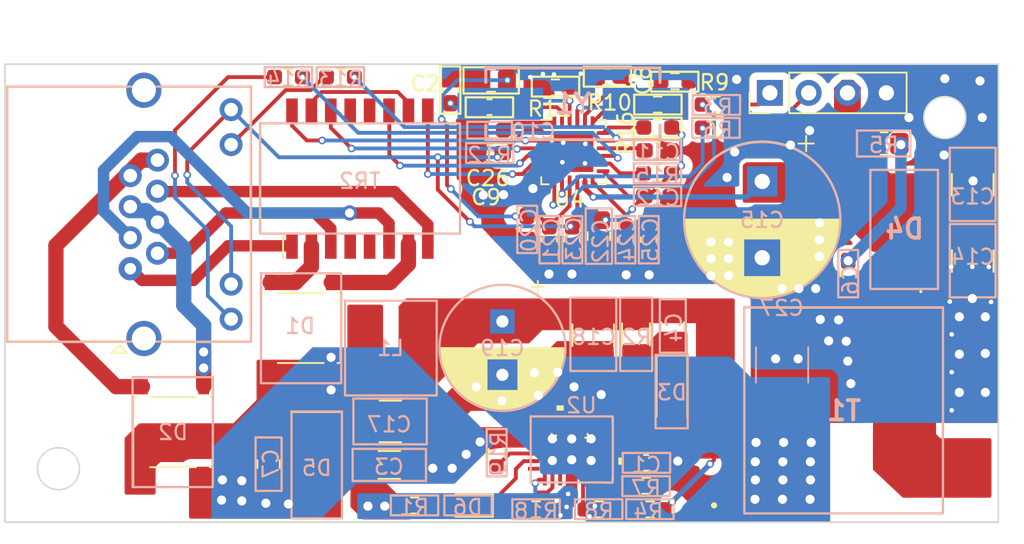
<source format=kicad_pcb>
(kicad_pcb (version 20221018) (generator pcbnew)
  (layers (0 "F.Cu" signal) (31 "B.Cu" signal) (34 "B.Paste" user) (35 "F.Paste" user) (36 "B.SilkS" user "B.Silkscreen") (37 "F.SilkS" user "F.Silkscreen") (38 "B.Mask" user) (39 "F.Mask" user) (44 "Edge.Cuts" user))
  (net 0 "")
  (net 1 "PoE-_1")
  (net 2 "PoE+_1")
  (net 3 "PoE-_2")
  (net 4 "PoE+_2")
  (net 5 "GNDD")
  (net 6 "/VCC")
  (net 7 "Net-(U4-CKXTAL2)")
  (net 8 "VSS")
  (net 9 "D1+")
  (net 10 "D1-")
  (net 11 "GND")
  (net 12 "VDD")
  (net 13 "TRANS")
  (net 14 "Net-(D3-K)")
  (net 15 "Net-(C6-Pad1)")
  (net 16 "Net-(D4-A_1)")
  (net 17 "Net-(U4-CKXTAL1)")
  (net 18 "/VDD10")
  (net 19 "/VDD33")
  (net 20 "Net-(U4-DVDD10)")
  (net 21 "+5V")
  (net 22 "/DVDD10")
  (net 23 "/SW")
  (net 24 "Net-(D6-K)")
  (net 25 "Net-(D6-A)")
  (net 26 "Net-(TR2-TD+)")
  (net 27 "Net-(TR2-TD-)")
  (net 28 "Net-(TR2-RD+)")
  (net 29 "Net-(TR2-RD-)")
  (net 30 "Net-(J1-Pad9)")
  (net 31 "Net-(J1-Pad11)")
  (net 33 "Net-(T1-BIAS_2)")
  (net 34 "/FB1")
  (net 35 "Net-(U2-ILIM)")
  (net 36 "Net-(U4-SPISD0)")
  (net 37 "Net-(U4-LANWAKEB)")
  (net 38 "Net-(U4-RSET)")
  (net 39 "/LED1")
  (net 40 "/LED0")
  (net 41 "Net-(U4-GPIO)")
  (net 42 "Net-(U4-XTALDET{slash}SPISDI)")
  (net 43 "Net-(U2-DET)")
  (net 44 "Net-(U2-CLASS)")
  (net 45 "Net-(TR2-C_RX)")
  (net 46 "D0-")
  (net 47 "D0+")
  (net 56 "/USB_N")
  (net 57 "/USB_P")
  (net 58 "Net-(J2-Pin_1)")
  (net 59 "Net-(J2-Pin_2)")
  (footprint "Capacitor_SMD:C_0603_1608Metric_Pad1.08x0.95mm_HandSolder" (layer "F.Cu") (at 105.6144 116.4875 -90)
    (fp_text reference "C21")
    (fp_text value "1uF")
  )
  (footprint "Resistor_SMD:R_0603_1608Metric_Pad0.98x0.95mm_HandSolder" (layer "F.Cu") (at 112.7125 109.15 180)
    (fp_text reference "R16")
    (fp_text value "10K")
  )
  (footprint "pi_poe:POE13P50LD" (layer "F.Cu") (at 124.9 127.7)
    (fp_text reference "T1")
    (fp_text value "POE13P-50LD" hide)
  )
  (footprint "Capacitor_SMD:C_0603_1608Metric_Pad1.08x0.95mm_HandSolder" (layer "F.Cu") (at 109.4232 105.8164 180)
    (fp_text reference "C8")
    (fp_text value "27pF")
  )
  (footprint "Resistor_SMD:R_0603_1608Metric_Pad0.98x0.95mm_HandSolder" (layer "F.Cu") (at 101.7 109.3204 180)
    (fp_text reference "R12")
    (fp_text value "2.49K 1%")
  )
  (footprint "Diode_SMD:Diode_Bridge_Diotec_ABS" (layer "F.Cu") (at 89.35 122.275 90)
    (fp_text reference "D1")
    (fp_text value "ABS10(LS)")
  )
  (footprint "Resistor_SMD:R_0805_2012Metric_Pad1.20x1.40mm_HandSolder" (layer "F.Cu") (at 127.525 110.2)
    (fp_text reference "R5")
    (fp_text value "20")
  )
  (footprint "Capacitor_SMD:C_1210_3225Metric_Pad1.33x2.70mm_HandSolder" (layer "F.Cu") (at 133.325 112.9 90)
    (fp_text reference "C13")
    (fp_text value "47uF")
  )
  (footprint "Resistor_SMD:R_0603_1608Metric_Pad0.98x0.95mm_HandSolder" (layer "F.Cu") (at 112.2153 134.1628 180)
    (fp_text reference "R4")
    (fp_text value "51K")
  )
  (footprint "Capacitor_SMD:C_0603_1608Metric_Pad1.08x0.95mm_HandSolder" (layer "F.Cu") (at 107.1144 116.4875 90)
    (fp_text reference "C23")
    (fp_text value "0.1Uf")
  )
  (footprint "Connector_RJ:RJ45_Amphenol_RJHSE538X" (layer "F.Cu") (at 78.2 118.4 90)
    (fp_text reference "J1" hide)
    (fp_text value "8P8C_LED_Shielded")
  )
  (footprint "Capacitor_SMD:C_0805_2012Metric_Pad1.18x1.45mm_HandSolder" (layer "F.Cu") (at 101.8075 106.0704)
    (fp_text reference "C26")
    (fp_text value "4.7uF")
  )
  (footprint "Connector_PinHeader_2.54mm:PinHeader_1x04_P2.54mm_Vertical" (layer "F.Cu") (at 120.0504 106.8832 90)
    (fp_text reference "J2" hide)
    (fp_text value "Conn_01x04")
  )
  (footprint "Capacitor_SMD:C_0603_1608Metric_Pad1.08x0.95mm_HandSolder" (layer "F.Cu") (at 110.6144 116.5 90)
    (fp_text reference "C24")
    (fp_text value "1uF")
  )
  (footprint "Resistor_SMD:R_0603_1608Metric_Pad0.98x0.95mm_HandSolder" (layer "F.Cu") (at 112.7125 107.65)
    (fp_text reference "R10")
    (fp_text value "10K")
  )
  (footprint "Capacitor_SMD:C_0805_2012Metric_Pad1.18x1.45mm_HandSolder" (layer "F.Cu") (at 87.25 131.2 90)
    (fp_text reference "C7")
    (fp_text value "10nF/100V")
  )
  (footprint "Capacitor_THT:CP_Radial_D10.0mm_P5.00mm" (layer "F.Cu") (at 119.55 112.682323 -90)
    (fp_text reference "C15")
    (fp_text value "470uF/16V")
  )
  (footprint "Inductor_SMD:L_Coilcraft_XAL5050-XXX" (layer "F.Cu") (at 95.255 123.6)
    (fp_text reference "L1")
    (fp_text value "XAL5050-103MEC")
  )
  (footprint "Capacitor_SMD:C_0603_1608Metric_Pad1.08x0.95mm_HandSolder" (layer "F.Cu") (at 104.15 115.8125 -90)
    (fp_text reference "C20")
    (fp_text value "0.1Uf" hide)
  )
  (footprint "Capacitor_SMD:C_0603_1608Metric_Pad1.08x0.95mm_HandSolder" (layer "F.Cu") (at 125.175 118.75 -90)
    (fp_text reference "C6")
    (fp_text value "1nF")
  )
  (footprint "Resistor_SMD:R_0603_1608Metric_Pad0.98x0.95mm_HandSolder" (layer "F.Cu") (at 116.5352 109.1692 180)
    (fp_text reference "R6")
    (fp_text value "0")
  )
  (footprint "Package_DFN_QFN:QFN-24-1EP_4x4mm_P0.5mm_EP2.6x2.6mm" (layer "F.Cu") (at 107.2 110.7625)
    (fp_text reference "U4")
    (fp_text value "RTL8152B" hide)
  )
  (footprint "Capacitor_SMD:C_0603_1608Metric_Pad1.08x0.95mm_HandSolder" (layer "F.Cu") (at 112.7 113.65)
    (fp_text reference "C12")
    (fp_text value "0.1uF")
  )
  (footprint "Capacitor_SMD:C_0603_1608Metric_Pad1.08x0.95mm_HandSolder" (layer "F.Cu") (at 112.1144 116.5 90)
    (fp_text reference "C25")
    (fp_text value "0.1uF")
  )
  (footprint "Resistor_SMD:R_0603_1608Metric_Pad0.98x0.95mm_HandSolder" (layer "F.Cu") (at 113.8428 106.1212)
    (fp_text reference "R9")
    (fp_text value "10K")
  )
  (footprint "Resistor_SMD:R_0603_1608Metric_Pad0.98x0.95mm_HandSolder" (layer "F.Cu") (at 88.55 105.85)
    (fp_text reference "R14")
    (fp_text value "510")
  )
  (footprint "pi_poe:PMEG060V100EPEZ" (layer "F.Cu") (at 128.865 115.795)
    (fp_text reference "D4")
    (fp_text value "PMEG060V100EPEZ" hide)
  )
  (footprint "Capacitor_SMD:C_1206_3216Metric_Pad1.33x1.80mm_HandSolder" (layer "F.Cu") (at 95.15 131.25 180)
    (fp_text reference "C3")
    (fp_text value "0.1uF/100V")
  )
  (footprint "Capacitor_SMD:C_1210_3225Metric_Pad1.33x2.70mm_HandSolder" (layer "F.Cu") (at 133.325 117.9 -90)
    (fp_text reference "C14")
    (fp_text value "47uF")
  )
  (footprint "Resistor_SMD:R_0603_1608Metric_Pad0.98x0.95mm_HandSolder" (layer "F.Cu") (at 111.9496 132.6148)
    (fp_text reference "R7")
    (fp_text value "47K")
  )
  (footprint "Resistor_SMD:R_1206_3216Metric_Pad1.30x1.75mm_HandSolder" (layer "F.Cu") (at 111.29 122.7 90)
    (fp_text reference "R2")
    (fp_text value "27K")
  )
  (footprint "Resistor_SMD:R_0603_1608Metric_Pad0.98x0.95mm_HandSolder" (layer "F.Cu") (at 106.0196 106.5276 180)
    (fp_text reference "R11")
    (fp_text value "10K")
  )
  (footprint "Capacitor_SMD:C_0603_1608Metric_Pad1.08x0.95mm_HandSolder" (layer "F.Cu") (at 101.7 110.8204)
    (fp_text reference "C10")
    (fp_text value "0.1uF")
  )
  (footprint "LED_SMD:LED_0603_1608Metric_Pad1.05x0.95mm_HandSolder" (layer "F.Cu") (at 100.2678 133.9088 180)
    (fp_text reference "D6")
    (fp_text value "NC")
  )
  (footprint "Resistor_SMD:R_0603_1608Metric_Pad0.98x0.95mm_HandSolder" (layer "F.Cu") (at 112.7 112.15 180)
    (fp_text reference "R15")
    (fp_text value "10K")
  )
  (footprint "pi_poe:MP8007GV-Z" (layer "F.Cu") (at 107.0759 130.25 90)
    (fp_text reference "U2")
    (fp_text value "MP8007GV-Z" hide)
  )
  (footprint "Diode_SMD:D_SMA" (layer "F.Cu") (at 90.4 131.3 -90)
    (fp_text reference "D5")
    (fp_text value "SMAJ85A")
  )
  (footprint "Capacitor_SMD:C_0603_1608Metric_Pad1.08x0.95mm_HandSolder" (layer "F.Cu") (at 112.7125 110.65)
    (fp_text reference "C11")
    (fp_text value "0.1uF")
  )
  (footprint "Resistor_SMD:R_0603_1608Metric_Pad0.98x0.95mm_HandSolder" (layer "F.Cu") (at 102.1588 130.4544 90)
    (fp_text reference "R19")
    (fp_text value "41.2")
  )
  (footprint "Capacitor_SMD:C_0805_2012Metric_Pad1.18x1.45mm_HandSolder" (layer "F.Cu") (at 113.69 122.1625 -90)
    (fp_text reference "C4")
    (fp_text value "15nF")
  )
  (footprint "Capacitor_SMD:C_1210_3225Metric_Pad1.33x2.70mm_HandSolder" (layer "F.Cu") (at 95.215 128.4 180)
    (fp_text reference "C17")
    (fp_text value "2.2uF/100V")
  )
  (footprint "Resistor_SMD:R_0603_1608Metric_Pad0.98x0.95mm_HandSolder" (layer "F.Cu") (at 96.8053 133.9088 180)
    (fp_text reference "R1")
    (fp_text value "NC")
  )
  (footprint "Capacitor_SMD:C_0603_1608Metric_Pad1.08x0.95mm_HandSolder" (layer "F.Cu") (at 99.15 106.7 90)
    (fp_text reference "C2")
    (fp_text value "27pF")
  )
  (footprint "Capacitor_THT:CP_Radial_D8.0mm_P3.50mm" (layer "F.Cu") (at 102.55 121.85 -90)
    (fp_text reference "C19")
    (fp_text value "47uf/100V")
  )
  (footprint "Capacitor_SMD:C_0805_2012Metric_Pad1.18x1.45mm_HandSolder" (layer "F.Cu") (at 108.8644 116.2625 90)
    (fp_text reference "C22")
    (fp_text value "4.7uF")
  )
  (footprint "Diode_SMD:D_SOD-123" (layer "F.Cu") (at 113.64 126.45 -90)
    (fp_text reference "D3")
    (fp_text value "BAV21")
  )
  (footprint "Capacitor_SMD:C_0603_1608Metric_Pad1.08x0.95mm_HandSolder" (layer "F.Cu") (at 111.9621 131.1148 180)
    (fp_text reference "C1")
    (fp_text value "1uF")
  )
  (footprint "Resistor_SMD:R_0603_1608Metric_Pad0.98x0.95mm_HandSolder" (layer "F.Cu") (at 104.7515 134.1628 180)
    (fp_text reference "R18")
    (fp_text value "24.9k")
  )
  (footprint "Resistor_SMD:R_0603_1608Metric_Pad0.98x0.95mm_HandSolder" (layer "F.Cu") (at 116.5314 107.6452 180)
    (fp_text reference "R3")
    (fp_text value "0")
  )
  (footprint "Capacitor_SMD:C_1210_3225Metric_Pad1.33x2.70mm_HandSolder" (layer "F.Cu") (at 108.49 122.75 90)
    (fp_text reference "C18")
    (fp_text value "2.2uF/100V")
  )
  (footprint "Capacitor_SMD:C_0603_1608Metric_Pad1.08x0.95mm_HandSolder" (layer "F.Cu") (at 101.7027 107.8204)
    (fp_text reference "C9")
    (fp_text value "0.1uF")
  )
  (footprint "Diode_SMD:Diode_Bridge_Diotec_ABS" (layer "F.Cu") (at 81 129.1 90)
    (fp_text reference "D2")
    (fp_text value "ABS10(LS)")
  )
  (footprint "Resistor_SMD:R_0603_1608Metric_Pad0.98x0.95mm_HandSolder" (layer "F.Cu") (at 91.95 105.85)
    (fp_text reference "R13")
    (fp_text value "510")
  )
  (footprint "Resistor_SMD:R_0603_1608Metric_Pad0.98x0.95mm_HandSolder" (layer "F.Cu") (at 108.8653 134.1628)
    (fp_text reference "R8")
    (fp_text value "11K")
  )
  (footprint "Transformer_SMD:Transformer_Ethernet_Bourns_PT61017PEL" (layer "F.Cu") (at 93.225 112.5 90)
    (fp_text reference "TR2")
    (fp_text value "SM13126PEL")
  )
  (footprint "Capacitor_SMD:C_1812_4532Metric_Pad1.57x3.40mm_HandSolder" (layer "B.Cu") (at 120.85 124.7 -90)
    (fp_text reference "C27")
    (fp_text value "1nF/2000V")
  )
  (footprint "pi_poe:ABLS" (layer "B.Cu") (at 107.1628 107.6)
    (fp_text reference "Y1")
    (fp_text value "25MHz" hide)
  )
  (gr_rect (start 101.525 128.9) (end 102.825 132) (stroke (width 0.15)) (fill none) (layer "B.SilkS"))
  (gr_rect (start 112.85 120.4) (end 114.55 123.9) (stroke (width 0.15)) (fill none) (layer "B.SilkS"))
  (gr_rect (start 86.75 118.7) (end 92 125.9) (stroke (width 0.15)) (fill none) (layer "B.SilkS"))
  (gr_rect (start 86.4 129.45) (end 88.1 132.95) (stroke (width 0.15)) (fill none) (layer "B.SilkS"))
  (gr_rect (start 112.575 124.05) (end 114.675 128.85) (stroke (width 0.15)) (fill none) (layer "B.SilkS"))
  (gr_rect (start 109.95 114.95) (end 111.25 118.05) (stroke (width 0.15)) (fill none) (layer "B.SilkS"))
  (gr_rect (start 126.625 111.925) (end 131.05 119.725) (stroke (width 0.15)) (fill none) (layer "B.SilkS"))
  (gr_rect (start 111.15 109.975) (end 114.25 111.275) (stroke (width 0.15)) (fill none) (layer "B.SilkS"))
  (gr_rect (start 111.475 114.95) (end 112.775 118.05) (stroke (width 0.15)) (fill none) (layer "B.SilkS"))
  (gr_rect (start 124.525 117.175) (end 125.825 120.275) (stroke (width 0.15)) (fill none) (layer "B.SilkS"))
  (gr_rect (start 86.7 108.875) (end 99.775 116.1) (stroke (width 0.15)) (fill none) (layer "B.SilkS"))
  (gr_rect (start 115 107.025) (end 118.1 108.325) (stroke (width 0.15)) (fill none) (layer "B.SilkS"))
  (gr_rect (start 100.25 108.775) (end 103.175 109.875) (stroke (width 0.15)) (fill none) (layer "B.SilkS"))
  (gr_rect (start 131.825 115.475) (end 134.825 120.275) (stroke (width 0.15)) (fill none) (layer "B.SilkS"))
  (gr_rect (start 90.4 105.2) (end 93.5 106.5) (stroke (width 0.15)) (fill none) (layer "B.SilkS"))
  (gr_rect (start 98.75 133.25) (end 101.85 134.55) (stroke (width 0.15)) (fill none) (layer "B.SilkS"))
  (gr_rect (start 107.3 133.5) (end 110.4 134.8) (stroke (width 0.15)) (fill none) (layer "B.SilkS"))
  (gr_rect (start 103.2 133.5) (end 106.3 134.8) (stroke (width 0.15)) (fill none) (layer "B.SilkS"))
  (gr_rect (start 92.25 120.5) (end 98.25 126.7) (stroke (width 0.15)) (fill none) (layer "B.SilkS"))
  (gr_rect (start 87 105.2) (end 90.1 106.5) (stroke (width 0.15)) (fill none) (layer "B.SilkS"))
  (gr_rect (start 110.4 131.9888) (end 113.5 133.2888) (stroke (width 0.15)) (fill none) (layer "B.SilkS"))
  (gr_rect (start 111.15 113) (end 114.25 114.3) (stroke (width 0.15)) (fill none) (layer "B.SilkS"))
  (gr_rect (start 125.75 109.35) (end 129.25 111.05) (stroke (width 0.15)) (fill none) (layer "B.SilkS"))
  (gr_rect (start 110.425 130.4648) (end 113.525 131.7648) (stroke (width 0.15)) (fill none) (layer "B.SilkS"))
  (gr_rect (start 111.15 111.5) (end 114.25 112.8) (stroke (width 0.15)) (fill none) (layer "B.SilkS"))
  (gr_rect (start 103.525 114.275) (end 104.825 117.375) (stroke (width 0.15)) (fill none) (layer "B.SilkS"))
  (gr_circle (center 119.55 115.211873) (end 115.625 111.936873) (stroke (width 0.15)) (fill none) (layer "B.SilkS"))
  (gr_rect (start 106.475 114.95) (end 107.775 118.05) (stroke (width 0.15)) (fill none) (layer "B.SilkS"))
  (gr_rect (start 108 114.45) (end 109.725 118.075) (stroke (width 0.15)) (fill none) (layer "B.SilkS"))
  (gr_rect (start 104.975 114.95) (end 106.275 118.05) (stroke (width 0.15)) (fill none) (layer "B.SilkS"))
  (gr_rect (start 88.75 127.75) (end 92.05 134.75) (stroke (width 0.15)) (fill none) (layer "B.SilkS"))
  (gr_rect (start 100.175 110.175) (end 103.275 111.475) (stroke (width 0.15)) (fill none) (layer "B.SilkS"))
  (gr_rect (start 114.975 108.525) (end 118.075 109.825) (stroke (width 0.15)) (fill none) (layer "B.SilkS"))
  (gr_rect (start 131.825 110.475) (end 134.825 115.275) (stroke (width 0.15)) (fill none) (layer "B.SilkS"))
  (gr_rect (start 104.4 128.075) (end 109.775 132.4) (stroke (width 0.15)) (fill none) (layer "B.SilkS"))
  (gr_rect (start 78.35 125.5) (end 83.6 132.7) (stroke (width 0.15)) (fill none) (layer "B.SilkS"))
  (gr_rect (start 110.25 120.3) (end 112.35 125.1) (stroke (width 0.15)) (fill none) (layer "B.SilkS"))
  (gr_circle (center 102.553032 123.575) (end 99.753032 120.55) (stroke (width 0.15)) (fill none) (layer "B.SilkS"))
  (gr_rect (start 70.15 106.475) (end 86.1 123.175) (stroke (width 0.15)) (fill none) (layer "B.SilkS"))
  (gr_rect (start 92.75 130.2) (end 97.55 132.3) (stroke (width 0.15)) (fill none) (layer "B.SilkS"))
  (gr_rect (start 110.65 133.5) (end 113.75 134.8) (stroke (width 0.15)) (fill none) (layer "B.SilkS"))
  (gr_rect (start 107 120.3) (end 110 125.1) (stroke (width 0.15)) (fill none) (layer "B.SilkS"))
  (gr_rect (start 92.8 126.9) (end 97.6 129.9) (stroke (width 0.15)) (fill none) (layer "B.SilkS"))
  (gr_rect (start 118.375 120.925) (end 131.375 134.425) (stroke (width 0.15)) (fill none) (layer "B.SilkS"))
  (gr_rect (start 95.25 133.25) (end 98.35 134.55) (stroke (width 0.15)) (fill none) (layer "B.SilkS"))
  (gr_rect (start 111.175 107) (end 114.275 108.3) (stroke (width 0.15)) (fill none) (layer "F.SilkS"))
  (gr_rect (start 112.275 105.5) (end 115.375 106.8) (stroke (width 0.15)) (fill none) (layer "F.SilkS"))
  (gr_rect (start 104.475 105.825) (end 107.575 107.125) (stroke (width 0.15)) (fill none) (layer "F.SilkS"))
  (gr_rect (start 107.875 105.175) (end 110.975 106.475) (stroke (width 0.15)) (fill none) (layer "F.SilkS"))
  (gr_rect (start 98.5 105.15) (end 99.8 108.25) (stroke (width 0.15)) (fill none) (layer "F.SilkS"))
  (gr_rect (start 100 105.2) (end 103.625 106.925) (stroke (width 0.15)) (fill none) (layer "F.SilkS"))
  (gr_rect (start 111.175 108.5) (end 114.275 109.8) (stroke (width 0.15)) (fill none) (layer "F.SilkS"))
  (gr_rect (start 100.15 107.175) (end 103.25 108.475) (stroke (width 0.15)) (fill none) (layer "F.SilkS"))
  (gr_rect (start 70 105) (end 135 135) (stroke (width 0.1)) (fill none) (layer "Edge.Cuts"))
  (gr_circle (center 131.5 108.5) (end 132.875 108.5) (stroke (width 0.1)) (fill none) (layer "Edge.Cuts"))
  (gr_circle (center 73.5 131.5) (end 74.875 131.5) (stroke (width 0.1)) (fill none) (layer "Edge.Cuts"))
  (segment (start 96.4 118.1) (end 95.2 119.3) (width 1) (layer "F.Cu") (net 1))
  (segment (start 95.2 119.3) (end 91.35 119.3) (width 1) (layer "F.Cu") (net 1))
  (segment (start 96.4 116.76) (end 96.4 118.1) (width 1) (layer "F.Cu") (net 1))
  (segment (start 90.05 118.26) (end 89.01 119.3) (width 1) (layer "F.Cu") (net 2))
  (segment (start 89.01 119.3) (end 87.35 119.3) (width 1) (layer "F.Cu") (net 2))
  (segment (start 90.05 116.9) (end 90.05 118.26) (width 1) (layer "F.Cu") (net 2))
  (segment (start 83 126.125) (end 83 123.8504) (width 1) (layer "F.Cu") (net 3))
  (via (at 83 124.9004) (size 1) (drill 0.6) (layers "F.Cu" "B.Cu") (net 3))
  (via (at 83 123.8504) (size 1) (drill 0.6) (layers "F.Cu" "B.Cu") (net 3))
  (segment (start 83 124.9004) (end 83 122.1) (width 1) (layer "B.Cu") (net 3))
  (segment (start 78.46286 114.59886) (end 78.2 114.336) (width 1) (layer "B.Cu") (net 3))
  (segment (start 81.7 117.05339) (end 79.24547 114.59886) (width 1) (layer "B.Cu") (net 3))
  (segment (start 83 122.1) (end 81.7 120.8) (width 1) (layer "B.Cu") (net 3))
  (segment (start 81.7 120.8) (end 81.7 117.05339) (width 1) (layer "B.Cu") (net 3))
  (segment (start 79.24547 114.59886) (end 78.46286 114.59886) (width 1) (layer "B.Cu") (net 3))
  (segment (start 77.275 126.125) (end 79 126.125) (width 1) (layer "F.Cu") (net 4))
  (segment (start 73.335 122.185) (end 77.275 126.125) (width 1) (layer "F.Cu") (net 4))
  (segment (start 78.91934 111.288) (end 73.335 116.87234) (width 1) (layer "F.Cu") (net 4))
  (segment (start 79.98 111.288) (end 78.91934 111.288) (width 1) (layer "F.Cu") (net 4))
  (segment (start 73.335 116.87234) (end 73.335 122.185) (width 1) (layer "F.Cu") (net 4))
  (segment (start 108.6 133.95) (end 108.1656 133.95) (width 0.5) (layer "F.Cu") (net 5))
  (segment (start 108.25 134.6235) (end 108.25 134.46) (width 0.5) (layer "F.Cu") (net 5))
  (segment (start 107.825901 132.2161) (end 107.825901 131.651101) (width 0.25) (layer "F.Cu") (net 5))
  (segment (start 108.072246 129.255846) (end 108.072246 126.471354) (width 0.75) (layer "F.Cu") (net 5))
  (segment (start 107.825901 134.035901) (end 107.825901 132.2161) (width 0.25) (layer "F.Cu") (net 5))
  (segment (start 108.894 131.5) (end 108.3564 130.9624) (width 0.25) (layer "F.Cu") (net 5))
  (segment (start 106.077693 129.278707) (end 106.077693 126.735891) (width 0.75) (layer "F.Cu") (net 5))
  (segment (start 107.825901 131.651101) (end 107.0864 130.9116) (width 0.25) (layer "F.Cu") (net 5))
  (segment (start 108.072246 126.471354) (end 108.1024 126.4412) (width 0.75) (layer "F.Cu") (net 5))
  (segment (start 105.8164 129.54) (end 106.077693 129.278707) (width 0.75) (layer "F.Cu") (net 5))
  (segment (start 109.55 131.5) (end 108.894 131.5) (width 0.25) (layer "F.Cu") (net 5))
  (segment (start 108.25 134.46) (end 107.9528 134.1628) (width 0.5) (layer "F.Cu") (net 5))
  (segment (start 107.9528 134.1628) (end 107.825901 134.035901) (width 0.25) (layer "F.Cu") (net 5))
  (segment (start 108.3564 129.54) (end 108.072246 129.255846) (width 0.75) (layer "F.Cu") (net 5))
  (segment (start 112.8621 131.1523) (end 112.8246 131.1148) (width 1) (layer "F.Cu") (net 5))
  (segment (start 108.1656 133.95) (end 107.9528 134.1628) (width 0.5) (layer "F.Cu") (net 5))
  (segment (start 106.077693 126.735891) (end 106.028301 126.686499) (width 0.75) (layer "F.Cu") (net 5))
  (via (at 120.95 129.775) (size 1) (drill 0.6) (layers "F.Cu" "B.Cu") (net 5))
  (via (at 106.172 125.1712) (size 1) (drill 0.6) (layers "F.Cu" "B.Cu") (net 5))
  (via (at 109.0168 126.6444) (size 1) (drill 0.6) (layers "F.Cu" "B.Cu") (net 5))
  (via (at 122.7026 131.045) (size 1) (drill 0.6) (layers "F.Cu" "B.Cu") (net 5))
  (via (at 108.25 134.6235) (size 0.5) (drill 0.3) (layers "F.Cu" "B.Cu") (net 5))
  (via (at 102.5144 127.0508) (size 1) (drill 0.6) (layers "F.Cu" "B.Cu") (net 5))
  (via (at 107.2388 126.1364) (size 1) (drill 0.6) (layers "F.Cu" "B.Cu") (net 5))
  (via (at 104.902 126.6952) (size 1) (drill 0.6) (layers "F.Cu" "B.Cu") (net 5))
  (via (at 108.6 133.95) (size 0.5) (drill 0.3) (layers "F.Cu" "B.Cu") (net 5))
  (via (at 122.7534 129.775) (size 1) (drill 0.6) (layers "F.Cu" "B.Cu") (net 5))
  (via (at 105.8164 130.9624) (size 1) (drill 0.6) (layers "F.Cu" "B.Cu") (net 5))
  (via (at 120.904 132.2324) (size 1) (drill 0.6) (layers "F.Cu" "B.Cu") (net 5))
  (via (at 119.1006 132.2324) (size 1) (drill 0.6) (layers "F.Cu" "B.Cu") (net 5))
  (via (at 119.0958 131.045) (size 1) (drill 0.6) (layers "F.Cu" "B.Cu") (net 5))
  (via (at 120.8784 133.5) (size 1) (drill 0.6) (layers "F.Cu" "B.Cu") (net 5))
  (via (at 105.8164 129.54) (size 1) (drill 0.6) (layers "F.Cu" "B.Cu") (net 5))
  (via (at 107.0864 130.9116) (size 1) (drill 0.6) (layers "F.Cu" "B.Cu") (net 5))
  (via (at 119.1466 129.775) (size 1) (drill 0.6) (layers "F.Cu" "B.Cu") (net 5))
  (via (at 107.0864 129.54) (size 1) (drill 0.6) (layers "F.Cu" "B.Cu") (net 5))
  (via (at 100.838 126.1364) (size 1) (drill 0.6) (layers "F.Cu" "B.Cu") (net 5))
  (via (at 120.8992 131.045) (size 1) (drill 0.6) (layers "F.Cu" "B.Cu") (net 5))
  (via (at 122.7074 132.2324) (size 1) (drill 0.6) (layers "F.Cu" "B.Cu") (net 5))
  (via (at 108.3564 129.54) (size 1) (drill 0.6) (layers "F.Cu" "B.Cu") (net 5))
  (via (at 114.025 131) (size 1) (drill 0.6) (layers "F.Cu" "B.Cu") (net 5))
  (via (at 122.6818 133.5) (size 1) (drill 0.6) (layers "F.Cu" "B.Cu") (net 5))
  (via (at 104.648 125.222) (size 1) (drill 0.6) (layers "F.Cu" "B.Cu") (net 5))
  (via (at 119.075 133.5) (size 1) (drill 0.6) (layers "F.Cu" "B.Cu") (net 5))
  (via (at 108.3564 130.9624) (size 1) (drill 0.6) (layers "F.Cu" "B.Cu") (net 5))
  (segment (start 110.984801 131.000001) (end 111.0996 131.1148) (width 0.25) (layer "F.Cu") (net 6))
  (segment (start 109.55 131.000001) (end 110.984801 131.000001) (width 0.25) (layer "F.Cu") (net 6))
  (segment (start 106.95 107.4) (end 106.95 108.825) (width 0.25) (layer "F.Cu") (net 7))
  (via (at 99.15 107.5625) (size 0.5) (drill 0.3) (layers "F.Cu" "B.Cu") (net 7))
  (via (at 106.95 107.4) (size 0.5) (drill 0.3) (layers "F.Cu" "B.Cu") (net 7))
  (segment (start 102.8612 107.4) (end 106.95 107.4) (width 0.25) (layer "B.Cu") (net 7))
  (segment (start 99.15 107.5625) (end 99.4359 107.8484) (width 0.25) (layer "B.Cu") (net 7))
  (segment (start 102.4128 107.8484) (end 102.8612 107.4) (width 0.25) (layer "B.Cu") (net 7))
  (segment (start 99.4359 107.8484) (end 102.4128 107.8484) (width 0.25) (layer "B.Cu") (net 7))
  (segment (start 102.2115 129.4892) (end 104.2932 129.4892) (width 1.25) (layer "F.Cu") (net 8))
  (segment (start 91.3384 126.3396) (end 91.3384 124.206) (width 1) (layer "F.Cu") (net 8))
  (segment (start 101.092 129.7432) (end 102.2115 129.4892) (width 1.25) (layer "F.Cu") (net 8))
  (segment (start 102.1588 129.5419) (end 101.092 129.7432) (width 1.25) (layer "F.Cu") (net 8))
  (via (at 84.2264 132.2324) (size 1) (drill 0.6) (layers "F.Cu" "B.Cu") (net 8))
  (via (at 99.2632 131.4704) (size 1) (drill 0.6) (layers "F.Cu" "B.Cu") (net 8))
  (via (at 97.9932 131.4704) (size 1) (drill 0.6) (layers "F.Cu" "B.Cu") (net 8))
  (via (at 91.3384 124.206) (size 1) (drill 0.6) (layers "F.Cu" "B.Cu") (net 8))
  (via (at 85.4964 132.2832) (size 1) (drill 0.6) (layers "F.Cu" "B.Cu") (net 8))
  (via (at 84.1756 133.5532) (size 1) (drill 0.6) (layers "F.Cu" "B.Cu") (net 8))
  (via (at 85.4964 133.604) (size 1) (drill 0.6) (layers "F.Cu" "B.Cu") (net 8))
  (via (at 100.1776 130.556) (size 1) (drill 0.6) (layers "F.Cu" "B.Cu") (net 8))
  (via (at 101.092 129.7432) (size 1) (drill 0.6) (layers "F.Cu" "B.Cu") (net 8))
  (via (at 87.0712 133.7564) (size 1) (drill 0.6) (layers "F.Cu" "B.Cu") (net 8))
  (via (at 88.5444 133.8072) (size 1) (drill 0.6) (layers "F.Cu" "B.Cu") (net 8))
  (via (at 91.3384 126.3396) (size 1) (drill 0.6) (layers "F.Cu" "B.Cu") (net 8))
  (segment (start 95.15 110.95) (end 95.15 108.12) (width 0.25) (layer "F.Cu") (net 9))
  (segment (start 103.697979 111.497979) (end 104.183458 111.0125) (width 0.25) (layer "F.Cu") (net 9))
  (segment (start 104.183458 111.0125) (end 105.2625 111.0125) (width 0.25) (layer "F.Cu") (net 9))
  (segment (start 95.15 108.12) (end 95.13 108.1) (width 0.25) (layer "F.Cu") (net 9))
  (segment (start 95.85 111.65) (end 95.15 110.95) (width 0.25) (layer "F.Cu") (net 9))
  (via (at 103.697979 111.497979) (size 0.5) (drill 0.3) (layers "F.Cu" "B.Cu") (net 9))
  (via (at 95.85 111.65) (size 0.5) (drill 0.3) (layers "F.Cu" "B.Cu") (net 9))
  (segment (start 103.545958 111.65) (end 95.85 111.65) (width 0.25) (layer "B.Cu") (net 9))
  (segment (start 103.697979 111.497979) (end 103.545958 111.65) (width 0.25) (layer "B.Cu") (net 9))
  (segment (start 97.67 112.2) (end 97.67 108.1) (width 0.25) (layer "F.Cu") (net 10))
  (segment (start 103.85 112.2) (end 104.5375 111.5125) (width 0.25) (layer "F.Cu") (net 10))
  (segment (start 103.2 112.2) (end 103.85 112.2) (width 0.25) (layer "F.Cu") (net 10))
  (segment (start 104.5375 111.5125) (end 105.2625 111.5125) (width 0.25) (layer "F.Cu") (net 10))
  (via (at 103.2 112.2) (size 0.5) (drill 0.3) (layers "F.Cu" "B.Cu") (net 10))
  (via (at 97.67 112.2) (size 0.5) (drill 0.3) (layers "F.Cu" "B.Cu") (net 10))
  (segment (start 103.2 112.2) (end 97.67 112.2) (width 0.25) (layer "B.Cu") (net 10))
  (segment (start 104.55 113) (end 105.2625 112.2875) (width 0.35) (layer "F.Cu") (net 11))
  (segment (start 106.3 111.402981) (end 106.277981 111.425) (width 0.35) (layer "F.Cu") (net 11))
  (segment (start 106.3 111.15) (end 106.3 111.402981) (width 0.35) (layer "F.Cu") (net 11))
  (segment (start 105.2625 112.2875) (end 105.2625 112.0125) (width 0.35) (layer "F.Cu") (net 11))
  (segment (start 100.8375 108.1) (end 100.8375 106.725) (width 1) (layer "F.Cu") (net 11))
  (segment (start 100.8375 111.1) (end 100.8375 108.1) (width 1) (layer "F.Cu") (net 11))
  (segment (start 105.690481 112.0125) (end 105.2625 112.0125) (width 0.35) (layer "F.Cu") (net 11))
  (segment (start 104.55 113.15) (end 104.55 113) (width 0.35) (layer "F.Cu") (net 11))
  (segment (start 106.277981 111.425) (end 106.475 111.425) (width 0.35) (layer "F.Cu") (net 11))
  (segment (start 106.475 111.425) (end 106.475 111.227981) (width 0.35) (layer "F.Cu") (net 11))
  (segment (start 106.475 111.227981) (end 105.690481 112.0125) (width 0.35) (layer "F.Cu") (net 11))
  (via (at 131.5 105.95) (size 1) (drill 0.6) (layers "F.Cu" "B.Cu") (net 11))
  (via (at 122.65 109.35) (size 1) (drill 0.6) (layers "F.Cu" "B.Cu") (net 11))
  (via (at 123.35 121.725) (size 1) (drill 0.6) (layers "F.Cu" "B.Cu") (net 11))
  (via (at 105.925 105.675) (size 0.5) (drill 0.3) (layers "F.Cu" "B.Cu") (net 11))
  (via (at 123.3 116.5) (size 1) (drill 0.6) (layers "F.Cu" "B.Cu") (net 11))
  (via (at 123.05 119.7) (size 1) (drill 0.6) (layers "F.Cu" "B.Cu") (net 11))
  (via (at 131.45 110.95) (size 1) (drill 0.6) (layers "F.Cu" "B.Cu") (net 11))
  (via (at 104.375 105.85) (size 0.5) (drill 0.3) (layers "F.Cu" "B.Cu") (net 11))
  (via (at 107.95 111.5) (size 0.5) (drill 0.3) (layers "F.Cu" "B.Cu") (net 11))
  (via (at 105.6 118.75) (size 1) (drill 0.6) (layers "F.Cu" "B.Cu") (net 11))
  (via (at 124.55 121.75) (size 1) (drill 0.6) (layers "F.Cu" "B.Cu") (net 11))
  (via (at 133.35 112.65) (size 1) (drill 0.6) (layers "F.Cu" "B.Cu") (net 11))
  (via (at 129.15 108.5) (size 1) (drill 0.6) (layers "F.Cu" "B.Cu") (net 11))
  (via (at 116.2 118.85) (size 1) (drill 0.6) (layers "F.Cu" "B.Cu") (net 11))
  (via (at 107.975 110.225) (size 0.5) (drill 0.3) (layers "F.Cu" "B.Cu") (net 11))
  (via (at 125.35 125.925) (size 1) (drill 0.6) (layers "F.Cu" "B.Cu") (net 11))
  (via (at 101.3 113.575) (size 1) (drill 0.6) (layers "F.Cu" "B.Cu") (net 11))
  (via (at 123.9 123.125) (size 1) (drill 0.6) (layers "F.Cu" "B.Cu") (net 11))
  (via (at 110.65 118.8) (size 1) (drill 0.6) (layers "F.Cu" "B.Cu") (net 11))
  (via (at 106.475 111.425) (size 0.5) (drill 0.3) (layers "F.Cu" "B.Cu") (net 11))
  (via (at 132.45 126.5) (size 1) (drill 0.6) (layers "F.Cu" "B.Cu") (net 11))
  (via (at 133.3 118.275) (size 0.5) (drill 0.3) (layers "F.Cu" "B.Cu") (net 11))
  (via (at 131.95 127.675) (size 0.5) (drill 0.3) (layers "F.Cu" "B.Cu") (net 11))
  (via (at 123.3 115.4) (size 1) (drill 0.6) (layers "F.Cu" "B.Cu") (net 11))
  (via (at 133.95 108.5) (size 1) (drill 0.6) (layers "F.Cu" "B.Cu") (net 11))
  (via (at 117.875 106) (size 1) (drill 0.6) (layers "F.Cu" "B.Cu") (net 11))
  (via (at 134.15 123.95) (size 1) (drill 0.6) (layers "F.Cu" "B.Cu") (net 11))
  (via (at 117.75 110.75) (size 1) (drill 0.6) (layers "F.Cu" "B.Cu") (net 11))
  (via (at 131.95 125.175) (size 0.5) (drill 0.3) (layers "F.Cu" "B.Cu") (net 11))
  (via (at 131.95 122.7) (size 0.5) (drill 0.3) (layers "F.Cu" "B.Cu") (net 11))
  (via (at 105.2 105.65) (size 0.5) (drill 0.3) (layers "F.Cu" "B.Cu") (net 11))
  (via (at 120.85 119.7) (size 1) (drill 0.6) (layers "F.Cu" "B.Cu") (net 11))
  (via (at 120.425 124.3) (size 1) (drill 0.6) (layers "F.Cu" "B.Cu") (net 11))
  (via (at 123.3 117.6) (size 1) (drill 0.6) (layers "F.Cu" "B.Cu") (net 11))
  (via (at 106.525 110.15) (size 0.5) (drill 0.3) (layers "F.Cu" "B.Cu") (net 11))
  (via (at 117.35 116.65) (size 1) (drill 0.6) (layers "F.Cu" "B.Cu") (net 11))
  (via (at 132.45 121.55) (size 1) (drill 0.6) (layers "F.Cu" "B.Cu") (net 11))
  (via (at 102.625 113.55) (size 1) (drill 0.6) (layers "F.Cu" "B.Cu") (net 11))
  (via (at 131.825 120.55) (size 0.5) (drill 0.3) (layers "F.Cu" "B.Cu") (net 11))
  (via (at 134.15 126.5) (size 1) (drill 0.6) (layers "F.Cu" "B.Cu") (net 11))
  (via (at 131.925 118.275) (size 0.5) (drill 0.3) (layers "F.Cu" "B.Cu") (net 11))
  (via (at 121.4 110.3) (size 1) (drill 0.6) (layers "F.Cu" "B.Cu") (net 11))
  (via (at 117.25 112.425) (size 1) (drill 0.6) (layers "F.Cu" "B.Cu") (net 11))
  (via (at 134.15 121.55) (size 1) (drill 0.6) (layers "F.Cu" "B.Cu") (net 11))
  (via (at 107.675 105.625) (size 0.5) (drill 0.3) (layers "F.Cu" "B.Cu") (net 11))
  (via (at 121.9 124.3) (size 1) (drill 0.6) (layers "F.Cu" "B.Cu") (net 11))
  (via (at 116.2 116.65) (size 1) (drill 0.6) (layers "F.Cu" "B.Cu") (net 11))
  (via (at 133.8 106.1) (size 1) (drill 0.6) (layers "F.Cu" "B.Cu") (net 11))
  (via (at 133.3 120.35) (size 1) (drill 0.6) (layers "F.Cu" "B.Cu") (net 11))
  (via (at 117.35 117.75) (size 1) (drill 0.6) (layers "F.Cu" "B.Cu") (net 11))
  (via (at 112.15 118.8) (size 1) (drill 0.6) (layers "F.Cu" "B.Cu") (net 11))
  (via (at 132.45 124) (size 1) (drill 0.6) (layers "F.Cu" "B.Cu") (net 11))
  (via (at 125.15 124.45) (size 1) (drill 0.6) (layers "F.Cu" "B.Cu") (net 11))
  (via (at 121.95 119.7) (size 1) (drill 0.6) (layers "F.Cu" "B.Cu") (net 11))
  (via (at 134.375 118.275) (size 0.5) (drill 0.3) (layers "F.Cu" "B.Cu") (net 11))
  (via (at 134.525 120.575) (size 0.5) (drill 0.3) (layers "F.Cu" "B.Cu") (net 11))
  (via (at 117.35 118.85) (size 1) (drill 0.6) (layers "F.Cu" "B.Cu") (net 11))
  (via (at 104.55 113.15) (size 1) (drill 0.6) (layers "F.Cu" "B.Cu") (net 11))
  (via (at 125.05 123.15) (size 1) (drill 0.6) (layers "F.Cu" "B.Cu") (net 11))
  (via (at 107.1 118.75) (size 1) (drill 0.6) (layers "F.Cu" "B.Cu") (net 11))
  (via (at 116.2 117.75) (size 1) (drill 0.6) (layers "F.Cu" "B.Cu") (net 11))
  (segment (start 107.074057 132.921542) (end 107.074057 132.222) (width 0.75) (layer "F.Cu") (net 12))
  (segment (start 93.5875 131.6035) (end 93.5875 131.25) (width 0.25) (layer "F.Cu") (net 12))
  (segment (start 105.832799 134.1628) (end 107.074057 132.921542) (width 0.75) (layer "F.Cu") (net 12))
  (segment (start 95.8928 133.9088) (end 93.5875 131.6035) (width 0.25) (layer "F.Cu") (net 12))
  (segment (start 105.325901 132.2161) (end 104.9339 132.2161) (width 0.25) (layer "F.Cu") (net 12))
  (segment (start 105.664 134.1628) (end 105.832799 134.1628) (width 0.75) (layer "F.Cu") (net 12))
  (segment (start 104.9339 132.2161) (end 104.7 132.45) (width 0.25) (layer "F.Cu") (net 12))
  (via (at 106.85 133.15) (size 0.5) (drill 0.3) (layers "F.Cu" "B.Cu") (net 12))
  (via (at 106.75 134) (size 0.5) (drill 0.3) (layers "F.Cu" "B.Cu") (net 12))
  (via (at 104.7 132.45) (size 0.5) (drill 0.3) (layers "F.Cu" "B.Cu") (net 12))
  (via (at 94.85 133.95) (size 1) (drill 0.6) (layers "F.Cu" "B.Cu") (net 12))
  (via (at 106.1 133.6) (size 0.5) (drill 0.3) (layers "F.Cu" "B.Cu") (net 12))
  (via (at 106.35 134.55) (size 0.5) (drill 0.3) (layers "F.Cu" "B.Cu") (net 12))
  (via (at 93.75 133.95) (size 1) (drill 0.6) (layers "F.Cu" "B.Cu") (net 12))
  (segment (start 104.7 132.45) (end 104.7 133.6) (width 0.25) (layer "B.Cu") (net 12))
  (via (at 128.625 110.275) (size 1) (drill 0.6) (layers "F.Cu" "B.Cu") (net 15))
  (via (at 125.175 117.875) (size 1) (drill 0.6) (layers "F.Cu" "B.Cu") (net 15))
  (segment (start 128.625 110.275) (end 128.625 114.425) (width 0.75) (layer "B.Cu") (net 15))
  (segment (start 128.625 114.425) (end 125.175 117.875) (width 0.75) (layer "B.Cu") (net 15))
  (segment (start 126.8125 119.6125) (end 127.8 118.625) (width 0.75) (layer "F.Cu") (net 16))
  (segment (start 125.175 119.6125) (end 126.8125 119.6125) (width 0.75) (layer "F.Cu") (net 16))
  (segment (start 111.1 106.3985) (end 110.8678 106.3985) (width 0.25) (layer "F.Cu") (net 17))
  (segment (start 110.8678 106.3985) (end 110.2857 105.8164) (width 0.25) (layer "F.Cu") (net 17))
  (segment (start 107.6295 107.8484) (end 107.45 108.0279) (width 0.25) (layer "F.Cu") (net 17))
  (segment (start 107.45 108.0279) (end 107.45 108.825) (width 0.25) (layer "F.Cu") (net 17))
  (via (at 111.1 106.3985) (size 0.5) (drill 0.3) (layers "F.Cu" "B.Cu") (net 17))
  (via (at 107.6295 107.8484) (size 0.5) (drill 0.3) (layers "F.Cu" "B.Cu") (net 17))
  (segment (start 111.1 106.3985) (end 111.9128 107.2113) (width 0.25) (layer "B.Cu") (net 17))
  (segment (start 107.6295 107.8484) (end 111.9128 107.8484) (width 0.25) (layer "B.Cu") (net 17))
  (segment (start 111.9128 107.2113) (end 111.9128 107.8484) (width 0.25) (layer "B.Cu") (net 17))
  (segment (start 98.575 108.6215) (end 98.925 108.9715) (width 0.25) (layer "F.Cu") (net 18))
  (segment (start 103.4 114.975) (end 104.125 114.975) (width 0.25) (layer "F.Cu") (net 18))
  (segment (start 98.925 108.9715) (end 98.925 112.925) (width 0.25) (layer "F.Cu") (net 18))
  (segment (start 102.845 107.5406) (end 102.5652 107.8204) (width 0.25) (layer "F.Cu") (net 18))
  (segment (start 102.845 106.0704) (end 102.875 106.05) (width 0.25) (layer "F.Cu") (net 18))
  (segment (start 102.875 106.05) (end 102.845 107.5406) (width 0.25) (layer "F.Cu") (net 18))
  (segment (start 104.125 114.975) (end 104.15 114.95) (width 0.25) (layer "F.Cu") (net 18))
  (segment (start 98.925 112.925) (end 99.175 113.175) (width 0.25) (layer "F.Cu") (net 18))
  (segment (start 106.45 108.15) (end 106.1204 107.8204) (width 0.25) (layer "F.Cu") (net 18))
  (segment (start 106.1204 107.8204) (end 102.5652 107.8204) (width 0.25) (layer "F.Cu") (net 18))
  (segment (start 106.45 108.825) (end 106.45 108.15) (width 0.25) (layer "F.Cu") (net 18))
  (segment (start 104.15 114.95) (end 104.9394 114.95) (width 0.25) (layer "F.Cu") (net 18))
  (segment (start 104.9394 114.95) (end 105.6144 115.625) (width 0.25) (layer "F.Cu") (net 18))
  (segment (start 106.95 112.7) (end 106.95 114.2894) (width 0.25) (layer "F.Cu") (net 18))
  (segment (start 106.95 114.2894) (end 105.6144 115.625) (width 0.25) (layer "F.Cu") (net 18))
  (via (at 99.175 113.175) (size 0.5) (drill 0.3) (layers "F.Cu" "B.Cu") (net 18))
  (via (at 98.575 108.6215) (size 0.5) (drill 0.3) (layers "F.Cu" "B.Cu") (net 18))
  (via (at 102.875 106.05) (size 0.5) (drill 0.3) (layers "F.Cu" "B.Cu") (net 18))
  (via (at 103.4 114.975) (size 0.5) (drill 0.3) (layers "F.Cu" "B.Cu") (net 18))
  (segment (start 98.575 108.6215) (end 98.575 107.0838) (width 0.25) (layer "B.Cu") (net 18))
  (segment (start 98.575 107.0838) (end 99.6088 106.05) (width 0.25) (layer "B.Cu") (net 18))
  (segment (start 99.175 113.175) (end 100.975 114.975) (width 0.25) (layer "B.Cu") (net 18))
  (segment (start 100.975 114.975) (end 103.4 114.975) (width 0.25) (layer "B.Cu") (net 18))
  (segment (start 99.6088 106.05) (end 102.875 106.05) (width 0.25) (layer "B.Cu") (net 18))
  (segment (start 107.1144 115.625) (end 107.45 115.2894) (width 0.25) (layer "F.Cu") (net 19))
  (segment (start 114.7553 106.5197) (end 113.625 107.65) (width 0.25) (layer "F.Cu") (net 19))
  (segment (start 107 115.625) (end 107 115.25) (width 0.25) (layer "F.Cu") (net 19))
  (segment (start 112.1125 113.65) (end 113.6125 112.15) (width 0.25) (layer "F.Cu") (net 19))
  (segment (start 110.775 113.65) (end 111.8375 113.65) (width 0.25) (layer "F.Cu") (net 19))
  (segment (start 109.3 115.2) (end 108.8894 115.2) (width 0.25) (layer "F.Cu") (net 19))
  (segment (start 107.1144 115.625) (end 108.875 115.625) (width 0.25) (layer "F.Cu") (net 19))
  (segment (start 107 115.625) (end 107.1144 115.625) (width 0.25) (layer "F.Cu") (net 19))
  (segment (start 102.5625 110.7975) (end 104.0855 109.2745) (width 0.25) (layer "F.Cu") (net 19))
  (segment (start 104.0855 109.2745) (end 105.0245 109.2745) (width 0.25) (layer "F.Cu") (net 19))
  (segment (start 114.7553 106.1212) (end 114.7553 106.5197) (width 0.25) (layer "F.Cu") (net 19))
  (segment (start 107.45 115.2894) (end 107.45 114.8) (width 0.25) (layer "F.Cu") (net 19))
  (segment (start 81.925 112.25) (end 81.925 110.855) (width 0.25) (layer "F.Cu") (net 19))
  (segment (start 113.75 112.15) (end 114.25 111.65) (width 0.25) (layer "F.Cu") (net 19))
  (segment (start 81.925 110.855) (end 84.8 107.98) (width 0.25) (layer "F.Cu") (net 19))
  (segment (start 107.45 114.8) (end 107.45 112.7) (width 0.25) (layer "F.Cu") (net 19))
  (segment (start 111.05 114.5) (end 111.05 114.4375) (width 0.25) (layer "F.Cu") (net 19))
  (segment (start 109.1375 112.0125) (end 110.775 113.65) (width 0.25) (layer "F.Cu") (net 19))
  (segment (start 113.625 107.65) (end 113.625 109.15) (width 0.25) (layer "F.Cu") (net 19))
  (segment (start 107 115.25) (end 107.45 114.8) (width 0.25) (layer "F.Cu") (net 19))
  (segment (start 111.05 114.4375) (end 111.8375 113.65) (width 0.25) (layer "F.Cu") (net 19))
  (segment (start 113.625 109.15) (end 113.775 109.15) (width 0.25) (layer "F.Cu") (net 19))
  (segment (start 105.0245 109.2745) (end 105.2625 109.5125) (width 0.25) (layer "F.Cu") (net 19))
  (segment (start 108.875 115.625) (end 109.3 115.2) (width 0.25) (layer "F.Cu") (net 19))
  (segment (start 111.8375 113.65) (end 112.1125 113.65) (width 0.25) (layer "F.Cu") (net 19))
  (segment (start 113.775 109.15) (end 114.275 109.65) (width 0.25) (layer "F.Cu") (net 19))
  (segment (start 102.5625 110.8204) (end 102.5625 110.7975) (width 0.25) (layer "F.Cu") (net 19))
  (segment (start 98.325 113.225) (end 100.425 115.325) (width 0.25) (layer "F.Cu") (net 19))
  (segment (start 113.6125 112.15) (end 113.75 112.15) (width 0.25) (layer "F.Cu") (net 19))
  (segment (start 98.325 111.1) (end 98.325 113.225) (width 0.25) (layer "F.Cu") (net 19))
  (segment (start 108.8894 115.2) (end 108.8644 115.225) (width 0.25) (layer "F.Cu") (net 19))
  (via (at 111.05 114.5) (size 0.5) (drill 0.3) (layers "F.Cu" "B.Cu") (net 19))
  (via (at 109.3 115.2) (size 0.5) (drill 0.3) (layers "F.Cu" "B.Cu") (net 19))
  (via (at 107 115.625) (size 0.5) (drill 0.3) (layers "F.Cu" "B.Cu") (net 19))
  (via (at 102.225 111.1) (size 0.5) (drill 0.3) (layers "F.Cu" "B.Cu") (net 19))
  (via (at 100.425 115.325) (size 0.5) (drill 0.3) (layers "F.Cu" "B.Cu") (net 19))
  (via (at 114.25 111.65) (size 0.5) (drill 0.3) (layers "F.Cu" "B.Cu") (net 19))
  (via (at 81.925 112.25) (size 0.5) (drill 0.3) (layers "F.Cu" "B.Cu") (net 19))
  (via (at 114.275 109.65) (size 0.5) (drill 0.3) (layers "F.Cu" "B.Cu") (net 19))
  (via (at 98.325 111.1) (size 0.5) (drill 0.3) (layers "F.Cu" "B.Cu") (net 19))
  (segment (start 110.35 115.2) (end 109.3 115.2) (width 0.25) (layer "B.Cu") (net 19))
  (segment (start 98.325 111.1) (end 87.92 111.1) (width 0.25) (layer "B.Cu") (net 19))
  (segment (start 81.925 112.25) (end 81.925 112.75) (width 0.25) (layer "B.Cu") (net 19))
  (segment (start 84.8 115.625) (end 84.8 119.41) (width 0.25) (layer "B.Cu") (net 19))
  (segment (start 100.725 115.625) (end 100.425 115.325) (width 0.25) (layer "B.Cu") (net 19))
  (segment (start 114.25 109.675) (end 114.275 109.65) (width 0.25) (layer "B.Cu") (net 19))
  (segment (start 111.05 114.5) (end 110.35 115.2) (width 0.25) (layer "B.Cu") (net 19))
  (segment (start 98.325 111.1) (end 102.225 111.1) (width 0.25) (layer "B.Cu") (net 19))
  (segment (start 114.25 111.65) (end 114.25 109.675) (width 0.25) (layer "B.Cu") (net 19))
  (segment (start 87.92 111.1) (end 84.8 107.98) (width 0.25) (layer "B.Cu") (net 19))
  (segment (start 81.925 112.75) (end 84.8 115.625) (width 0.25) (layer "B.Cu") (net 19))
  (segment (start 107 115.625) (end 100.725 115.625) (width 0.25) (layer "B.Cu") (net 19))
  (segment (start 109.1375 110.5125) (end 111.7125 110.5125) (width 0.25) (layer "F.Cu") (net 20))
  (segment (start 111.7125 110.5125) (end 111.85 110.65) (width 0.25) (layer "F.Cu") (net 20))
  (segment (start 107.95 113.15) (end 107.95 112.7) (width 0.35) (layer "F.Cu") (net 21))
  (segment (start 108.5 113.7) (end 107.95 113.15) (width 0.35) (layer "F.Cu") (net 21))
  (via (at 108.5 113.7) (size 0.5) (drill 0.3) (layers "F.Cu" "B.Cu") (net 21))
  (segment (start 119.55 112.7) (end 119.55 112.682323) (width 0.35) (layer "B.Cu") (net 21))
  (segment (start 118.55 113.7) (end 119.55 112.7) (width 0.35) (layer "B.Cu") (net 21))
  (segment (start 108.5 113.7) (end 118.55 113.7) (width 0.35) (layer "B.Cu") (net 21))
  (segment (start 112.1144 115.6375) (end 110.6144 115.6375) (width 0.25) (layer "F.Cu") (net 22))
  (segment (start 110.6144 114.8644) (end 110.6144 115.6375) (width 0.25) (layer "F.Cu") (net 22))
  (segment (start 108.45 112.7) (end 110.6144 114.8644) (width 0.25) (layer "F.Cu") (net 22))
  (segment (start 111.9968 129.7432) (end 109.5559 129.7432) (width 0.75) (layer "F.Cu") (net 23))
  (segment (start 113.64 128.1) (end 111.9968 129.7432) (width 0.75) (layer "F.Cu") (net 23))
  (segment (start 103.9458 131.000001) (end 103.4288 131.517001) (width 0.25) (layer "F.Cu") (net 24))
  (segment (start 103.4288 132.1308) (end 101.6508 133.9088) (width 0.25) (layer "F.Cu") (net 24))
  (segment (start 101.6508 133.9088) (end 101.1428 133.9088) (width 0.25) (layer "F.Cu") (net 24))
  (segment (start 104.6018 131.000001) (end 103.9458 131.000001) (width 0.25) (layer "F.Cu") (net 24))
  (segment (start 103.4288 131.517001) (end 103.4288 132.1308) (width 0.25) (layer "F.Cu") (net 24))
  (segment (start 99.3928 133.9088) (end 97.7178 133.9088) (width 0.25) (layer "F.Cu") (net 25))
  (segment (start 84.6 116.9) (end 82.338001 119.161999) (width 0.75) (layer "F.Cu") (net 26))
  (segment (start 78.961999 119.161999) (end 78.2 118.4) (width 0.75) (layer "F.Cu") (net 26))
  (segment (start 82.338001 119.161999) (end 78.961999 119.161999) (width 0.75) (layer "F.Cu") (net 26))
  (segment (start 88.78 116.9) (end 84.6 116.9) (width 0.75) (layer "F.Cu") (net 26))
  (segment (start 81.816 117.384) (end 79.98 117.384) (width 0.75) (layer "F.Cu") (net 27))
  (segment (start 91.32 115.77) (end 90.3 114.75) (width 0.75) (layer "F.Cu") (net 27))
  (segment (start 84.45 114.75) (end 81.816 117.384) (width 0.75) (layer "F.Cu") (net 27))
  (segment (start 90.3 114.75) (end 84.45 114.75) (width 0.75) (layer "F.Cu") (net 27))
  (segment (start 91.32 116.9) (end 91.32 115.77) (width 0.75) (layer "F.Cu") (net 27))
  (segment (start 95.13 115.43) (end 95.13 116.9) (width 0.75) (layer "F.Cu") (net 28))
  (segment (start 92.55 114.75) (end 94.45 114.75) (width 0.75) (layer "F.Cu") (net 28))
  (segment (start 94.45 114.75) (end 95.13 115.43) (width 0.75) (layer "F.Cu") (net 28))
  (via (at 92.55 114.75) (size 1) (drill 0.6) (layers "F.Cu" "B.Cu") (net 28))
  (segment (start 80.85 109.75) (end 78.65 109.75) (width 0.75) (layer "B.Cu") (net 28))
  (segment (start 76.45 111.95) (end 76.45 114.618) (width 0.75) (layer "B.Cu") (net 28))
  (segment (start 78.65 109.75) (end 76.45 111.95) (width 0.75) (layer "B.Cu") (net 28))
  (segment (start 85.85 114.75) (end 80.85 109.75) (width 0.75) (layer "B.Cu") (net 28))
  (segment (start 76.45 114.618) (end 78.2 116.368) (width 0.75) (layer "B.Cu") (net 28))
  (segment (start 92.55 114.75) (end 85.85 114.75) (width 0.75) (layer "B.Cu") (net 28))
  (segment (start 80.01 113.35) (end 95.5 113.35) (width 0.75) (layer "F.Cu") (net 29))
  (segment (start 95.5 113.35) (end 97.67 115.52) (width 0.75) (layer "F.Cu") (net 29))
  (segment (start 97.67 115.52) (end 97.67 116.9) (width 0.75) (layer "F.Cu") (net 29))
  (segment (start 79.98 113.32) (end 80.01 113.35) (width 0.75) (layer "F.Cu") (net 29))
  (segment (start 81.125 109.325) (end 84.6 105.85) (width 0.25) (layer "F.Cu") (net 30))
  (segment (start 81.125 112.3) (end 81.125 109.325) (width 0.25) (layer "F.Cu") (net 30))
  (segment (start 84.6 105.85) (end 87.6375 105.85) (width 0.25) (layer "F.Cu") (net 30))
  (via (at 81.125 112.3) (size 0.5) (drill 0.3) (layers "F.Cu" "B.Cu") (net 30))
  (segment (start 83.275 120.175) (end 84.8 121.7) (width 0.25) (layer "B.Cu") (net 30))
  (segment (start 81.125 112.3) (end 81.125 113.75) (width 0.25) (layer "B.Cu") (net 30))
  (segment (start 81.125 113.75) (end 83.275 115.9) (width 0.25) (layer "B.Cu") (net 30))
  (segment (start 83.275 115.9) (end 83.275 120.175) (width 0.25) (layer "B.Cu") (net 30))
  (segment (start 91.0375 105.85) (end 90.85 105.85) (width 0.25) (layer "F.Cu") (net 31))
  (segment (start 88.37 106.7) (end 84.8 110.27) (width 0.25) (layer "F.Cu") (net 31))
  (segment (start 90.85 105.85) (end 90 106.7) (width 0.25) (layer "F.Cu") (net 31))
  (segment (start 90 106.7) (end 88.37 106.7) (width 0.25) (layer "F.Cu") (net 31))
  (segment (start 116.39 130.2) (end 116.39 130.935) (width 0.25) (layer "F.Cu") (net 33))
  (segment (start 116.39 130.935) (end 116.1375 131.1875) (width 0.25) (layer "F.Cu") (net 33))
  (via (at 116.1375 131.1875) (size 0.5) (drill 0.3) (layers "F.Cu" "B.Cu") (net 33))
  (via (at 113.65 133.675) (size 0.5) (drill 0.3) (layers "F.Cu" "B.Cu") (net 33))
  (segment (start 116.1375 131.1875) (end 113.65 133.675) (width 0.35) (layer "B.Cu") (net 33))
  (segment (start 108.3259 132.7109) (end 109.7778 134.1628) (width 0.35) (layer "F.Cu") (net 34))
  (segment (start 109.7778 134.1628) (end 111.3028 134.1628) (width 0.35) (layer "F.Cu") (net 34))
  (segment (start 108.3259 132.2161) (end 108.3259 132.7109) (width 0.35) (layer "F.Cu") (net 34))
  (segment (start 110.6384 132.2161) (end 111.0371 132.6148) (width 0.25) (layer "F.Cu") (net 35))
  (segment (start 108.825899 132.2161) (end 110.6384 132.2161) (width 0.25) (layer "F.Cu") (net 35))
  (segment (start 108.3056 107.0356) (end 107.7976 106.5276) (width 0.25) (layer "F.Cu") (net 36))
  (segment (start 112.1515 106.9) (end 109.391074 106.9) (width 0.25) (layer "F.Cu") (net 36))
  (segment (start 108.595537 107.695537) (end 108.451137 107.695537) (width 0.25) (layer "F.Cu") (net 36))
  (segment (start 107.95 108.341073) (end 107.95 108.825) (width 0.25) (layer "F.Cu") (net 36))
  (segment (start 108.3056 107.0356) (end 108.3056 107.55) (width 0.25) (layer "F.Cu") (net 36))
  (segment (start 107.7976 106.5276) (end 106.9321 106.5276) (width 0.25) (layer "F.Cu") (net 36))
  (segment (start 112.9303 106.1212) (end 112.1515 106.9) (width 0.25) (layer "F.Cu") (net 36))
  (segment (start 108.3056 107.55) (end 108.3056 107.985473) (width 0.25) (layer "F.Cu") (net 36))
  (segment (start 108.3056 107.985473) (end 107.95 108.341073) (width 0.25) (layer "F.Cu") (net 36))
  (segment (start 108.451137 107.695537) (end 108.3056 107.55) (width 0.25) (layer "F.Cu") (net 36))
  (segment (start 108.595537 107.695537) (end 107.95 108.341073) (width 0.25) (layer "F.Cu") (net 36))
  (segment (start 109.391074 106.9) (end 108.595537 107.695537) (width 0.25) (layer "F.Cu") (net 36))
  (segment (start 109.625 107.65) (end 111.8 107.65) (width 0.25) (layer "F.Cu") (net 37))
  (segment (start 108.45 108.825) (end 109.625 107.65) (width 0.25) (layer "F.Cu") (net 37))
  (segment (start 102.6125 109.3204) (end 103.1079 108.825) (width 0.25) (layer "F.Cu") (net 38))
  (segment (start 103.1079 108.825) (end 105.95 108.825) (width 0.25) (layer "F.Cu") (net 38))
  (segment (start 110 109.85) (end 109.8375 110.0125) (width 0.25) (layer "F.Cu") (net 39))
  (segment (start 109.8375 110.0125) (end 109.1375 110.0125) (width 0.25) (layer "F.Cu") (net 39))
  (via (at 92.8625 105.85) (size 0.5) (drill 0.3) (layers "F.Cu" "B.Cu") (net 39))
  (via (at 110 109.85) (size 0.5) (drill 0.3) (layers "F.Cu" "B.Cu") (net 39))
  (segment (start 92.8625 105.85) (end 96.1355 109.123) (width 0.25) (layer "B.Cu") (net 39))
  (segment (start 109.273 109.123) (end 110 109.85) (width 0.25) (layer "B.Cu") (net 39))
  (segment (start 96.1355 109.123) (end 109.273 109.123) (width 0.25) (layer "B.Cu") (net 39))
  (segment (start 109.9625 111.0125) (end 109.1375 111.0125) (width 0.25) (layer "F.Cu") (net 40))
  (segment (start 110.1 111.15) (end 109.9625 111.0125) (width 0.25) (layer "F.Cu") (net 40))
  (via (at 89.4625 105.85) (size 0.5) (drill 0.3) (layers "F.Cu" "B.Cu") (net 40))
  (via (at 110.1 111.15) (size 0.5) (drill 0.3) (layers "F.Cu" "B.Cu") (net 40))
  (segment (start 93.1125 109.5) (end 89.4625 105.85) (width 0.25) (layer "B.Cu") (net 40))
  (segment (start 110.1 111.15) (end 108.45 109.5) (width 0.25) (layer "B.Cu") (net 40))
  (segment (start 108.45 109.5) (end 93.1125 109.5) (width 0.25) (layer "B.Cu") (net 40))
  (segment (start 109.598008 111.5125) (end 110.235508 112.15) (width 0.25) (layer "F.Cu") (net 41))
  (segment (start 110.235508 112.15) (end 111.7875 112.15) (width 0.25) (layer "F.Cu") (net 41))
  (segment (start 109.1375 111.5125) (end 109.598008 111.5125) (width 0.25) (layer "F.Cu") (net 41))
  (segment (start 109.5 109.15) (end 111.8 109.15) (width 0.25) (layer "F.Cu") (net 42))
  (segment (start 109.1375 109.5125) (end 109.5 109.15) (width 0.25) (layer "F.Cu") (net 42))
  (segment (start 105.8259 132.7241) (end 105.8259 132.2161) (width 0.25) (layer "F.Cu") (net 43))
  (segment (start 103.839 134.111) (end 104.9 133.05) (width 0.25) (layer "F.Cu") (net 43))
  (segment (start 104.9 133.05) (end 105.5 133.05) (width 0.25) (layer "F.Cu") (net 43))
  (segment (start 103.839 134.1628) (end 103.839 134.111) (width 0.25) (layer "F.Cu") (net 43))
  (segment (start 105.5 133.05) (end 105.8259 132.7241) (width 0.25) (layer "F.Cu") (net 43))
  (segment (start 104.6018 130.5) (end 103.0257 130.5) (width 0.25) (layer "F.Cu") (net 44))
  (segment (start 103.0257 130.5) (end 102.1588 131.3669) (width 0.25) (layer "F.Cu") (net 44))
  (segment (start 90.725 106.825) (end 95.7 106.825) (width 0.25) (layer "F.Cu") (net 45))
  (segment (start 90.05 108.1) (end 90.05 107.5) (width 0.25) (layer "F.Cu") (net 45))
  (segment (start 95.7 106.825) (end 96.4 107.525) (width 0.25) (layer "F.Cu") (net 45))
  (segment (start 96.4 107.525) (end 96.4 108.1) (width 0.25) (layer "F.Cu") (net 45))
  (segment (start 90.05 107.5) (end 90.725 106.825) (width 0.25) (layer "F.Cu") (net 45))
  (segment (start 92.675 110.525) (end 91.32 109.17) (width 0.25) (layer "F.Cu") (net 46))
  (segment (start 103.55673 110.5125) (end 105.2625 110.5125) (width 0.25) (layer "F.Cu") (net 46))
  (segment (start 103.509615 110.559615) (end 103.55673 110.5125) (width 0.25) (layer "F.Cu") (net 46))
  (segment (start 91.32 109.17) (end 91.32 108.1) (width 0.25) (layer "F.Cu") (net 46))
  (via (at 92.675 110.525) (size 0.5) (drill 0.3) (layers "F.Cu" "B.Cu") (net 46))
  (via (at 103.509615 110.559615) (size 0.5) (drill 0.3) (layers "F.Cu" "B.Cu") (net 46))
  (segment (start 103.509615 110.559615) (end 103.475 110.525) (width 0.25) (layer "B.Cu") (net 46))
  (segment (start 103.475 110.525) (end 92.675 110.525) (width 0.25) (layer "B.Cu") (net 46))
  (segment (start 88.78 109.03) (end 88.78 108.1) (width 0.25) (layer "F.Cu") (net 47))
  (segment (start 89.75 110) (end 88.78 109.03) (width 0.25) (layer "F.Cu") (net 47))
  (segment (start 104.059729 110.0125) (end 105.2625 110.0125) (width 0.25) (layer "F.Cu") (net 47))
  (segment (start 90.75 110) (end 89.75 110) (width 0.25) (layer "F.Cu") (net 47))
  (segment (start 104.058229 110.011) (end 104.059729 110.0125) (width 0.25) (layer "F.Cu") (net 47))
  (via (at 90.75 110) (size 0.5) (drill 0.3) (layers "F.Cu" "B.Cu") (net 47))
  (via (at 104.058229 110.011) (size 0.5) (drill 0.3) (layers "F.Cu" "B.Cu") (net 47))
  (segment (start 90.75 110) (end 104.047229 110) (width 0.25) (layer "B.Cu") (net 47))
  (segment (start 104.047229 110) (end 104.058229 110.011) (width 0.25) (layer "B.Cu") (net 47))
  (segment (start 105.9465 114.14617) (end 105.9465 112.7035) (width 0.25) (layer "F.Cu") (net 56))
  (segment (start 105.9465 112.7035) (end 105.95 112.7) (width 0.25) (layer "F.Cu") (net 56))
  (segment (start 105.871335 114.221335) (end 105.9465 114.14617) (width 0.25) (layer "F.Cu") (net 56))
  (via (at 105.871335 114.221335) (size 0.5) (drill 0.3) (layers "F.Cu" "B.Cu") (net 56))
  (via (at 115.65 107.65) (size 0.5) (drill 0.3) (layers "F.Cu" "B.Cu") (net 56))
  (segment (start 106.653665 114.221335) (end 107.875 113) (width 0.25) (layer "B.Cu") (net 56))
  (segment (start 114.7 113) (end 116.4 111.3) (width 0.25) (layer "B.Cu") (net 56))
  (segment (start 116.4 111.3) (end 116.4 108.4) (width 0.25) (layer "B.Cu") (net 56))
  (segment (start 116.4 108.4) (end 115.65 107.65) (width 0.25) (layer "B.Cu") (net 56))
  (segment (start 107.875 113) (end 114.7 113) (width 0.25) (layer "B.Cu") (net 56))
  (segment (start 105.871335 114.221335) (end 106.653665 114.221335) (width 0.25) (layer "B.Cu") (net 56))
  (segment (start 106.45 113.4985) (end 106.45 112.7) (width 0.25) (layer "F.Cu") (net 57))
  (segment (start 106.4485 113.5) (end 106.45 113.4985) (width 0.25) (layer "F.Cu") (net 57))
  (via (at 115.65 109.2) (size 0.5) (drill 0.3) (layers "F.Cu" "B.Cu") (net 57))
  (via (at 106.4485 113.5) (size 0.5) (drill 0.3) (layers "F.Cu" "B.Cu") (net 57))
  (segment (start 106.4485 113.5) (end 107.5985 112.35) (width 0.25) (layer "B.Cu") (net 57))
  (segment (start 115.65 111.516842) (end 115.65 109.2) (width 0.25) (layer "B.Cu") (net 57))
  (segment (start 107.5985 112.35) (end 114.816842 112.35) (width 0.25) (layer "B.Cu") (net 57))
  (segment (start 114.816842 112.35) (end 115.65 111.516842) (width 0.25) (layer "B.Cu") (net 57))
  (segment (start 117.4439 107.6452) (end 119.2884 107.6452) (width 0.25) (layer "F.Cu") (net 58))
  (segment (start 119.2884 107.6452) (end 120.0504 106.8832) (width 0.25) (layer "F.Cu") (net 58))
  (segment (start 117.4477 109.1692) (end 120.3044 109.1692) (width 0.25) (layer "F.Cu") (net 59))
  (segment (start 120.3044 109.1692) (end 122.5904 106.8832) (width 0.25) (layer "F.Cu") (net 59))
  (zone (net 8) (net_name "VSS") (layer "F.Cu") (priority 6) (connect_pads yes (clearance 0.5)) (min_thickness 0.25) (fill yes (thermal_gap 0.5) (thermal_bridge_width 0.5))
    (polygon (pts (xy 100.838 128.778) (xy 104.9528 128.778) (xy 104.9528 130.1496) (xy 103.1748 130.1496) (xy 101.7524 130.1496) (xy 99.4664 132.4356) (xy 95.6564 132.4356) (xy 95.6564 130.302) (xy 99.314 130.302)))
  )
  (zone (net 5) (net_name "GNDD") (layer "F.Cu") (priority 10) (connect_pads yes (clearance 0.5)) (min_thickness 0.25) (fill yes (thermal_gap 0.5) (thermal_bridge_width 0.5))
    (polygon (pts (xy 112.175 130.45) (xy 112.175 133.125) (xy 114.15 133.125) (xy 115.5 134.475) (xy 123.675 134.475) (xy 123.75 134.4) (xy 123.75 129.425) (xy 123.35 129.025) (xy 117.925 129.025) (xy 117.925 130.45)))
  )
  (zone (net 5) (net_name "GNDD") (layer "F.Cu") (priority 3) (connect_pads yes (clearance 0.5)) (min_thickness 0.25) (fill yes (thermal_gap 0.5) (thermal_bridge_width 0.5))
    (polygon (pts (xy 98.7552 126.6952) (xy 101.2952 124.1552) (xy 105.1052 124.1552) (xy 106.1212 123.1392) (xy 109.6772 123.1392) (xy 109.8296 123.2916) (xy 109.8296 131.7752) (xy 105.2068 131.7752) (xy 105.0036 131.572) (xy 105.0036 127.7112) (xy 100.4824 127.7112) (xy 98.3996 129.794) (xy 95.8088 129.794) (xy 95.6564 129.6416) (xy 95.6564 126.746) (xy 95.7072 126.6952)))
  )
  (zone (net 8) (net_name "VSS") (layer "F.Cu") (priority 2) (connect_pads yes (clearance 0.5)) (min_thickness 0.25) (fill yes (thermal_gap 0.5) (thermal_bridge_width 0.5))
    (polygon (pts (xy 82.042 131.3688) (xy 92.0496 131.3688) (xy 92.1004 131.4196) (xy 92.1004 134.7724) (xy 82.042 134.7724)))
  )
  (zone (net 12) (net_name "VDD") (layer "F.Cu") (priority 1) (connect_pads yes (clearance 0.5)) (min_thickness 0.25) (fill yes (thermal_gap 0.5) (thermal_bridge_width 0.5))
    (polygon (pts (xy 92.406603 124.3584) (xy 92.400673 120.7516) (xy 94.742 120.7516) (xy 94.742 132.2324) (xy 95.710173 133.200573) (xy 96.5708 133.1976) (xy 96.570798 134.8232) (xy 93.4212 134.8232) (xy 92.0496 133.4516) (xy 92.0496 131.3688) (xy 91.7448 131.064) (xy 80.1624 131.064) (xy 79.8576 131.3688) (xy 79.8576 133.1468) (xy 79.8068 133.1976) (xy 77.8256 133.1976) (xy 77.8256 129.4892) (xy 78.7908 128.524) (xy 84.9376 128.524) (xy 86.4616 127) (xy 86.4616 124.3584)))
  )
  (zone (net 23) (net_name "/SW") (layer "F.Cu") (priority 4) (connect_pads yes (clearance 0.5)) (min_thickness 0.25) (fill yes (thermal_gap 0.5) (thermal_bridge_width 0.5))
    (polygon (pts (xy 113.284 126.6444) (xy 110.49 129.4384) (xy 110.49 130.0988) (xy 113.8936 130.0988) (xy 115.2652 128.7272) (xy 117.7036 128.7272) (xy 117.7036 126.6444)))
  )
  (zone (net 13) (net_name "TRANS") (layer "F.Cu") (connect_pads yes (clearance 0.5)) (min_thickness 0.25) (fill yes (thermal_gap 0.5) (thermal_bridge_width 0.5))
    (polygon (pts (xy 107.2388 120.3452) (xy 117.7544 120.3452) (xy 117.7544 121.8184) (xy 117.7544 125.8316) (xy 115.3668 125.8316) (xy 115.2144 125.6792) (xy 115.2144 121.9708) (xy 112.4204 121.9708) (xy 111.9632 122.428) (xy 105.156 122.428) (xy 104.2924 123.2916) (xy 100.9396 123.2916) (xy 98.2472 125.984) (xy 95.758 125.984) (xy 95.758 120.8532) (xy 96.266 120.3452)))
  )
  (zone (net 12) (net_name "VDD") (layer "F.Cu") (priority 8) (connect_pads yes (clearance 0.5)) (min_thickness 0.25) (fill yes (thermal_gap 0.5) (thermal_bridge_width 0.5))
    (polygon (pts (xy 105.9 133.45) (xy 106.7 132.65) (xy 106.7 131.85) (xy 107.45 131.85) (xy 107.45 133.3) (xy 107.05 133.7) (xy 107.05 134.45) (xy 106.7 134.8) (xy 105 134.8) (xy 104.95 134.75) (xy 104.95 133.5) (xy 105 133.45)))
  )
  (zone (net 21) (net_name "+5V") (layer "F.Cu") (priority 20) (connect_pads yes (clearance 0.5)) (min_thickness 0.25) (fill yes (thermal_gap 0.5) (thermal_bridge_width 0.5))
    (polygon (pts (xy 123.3 111.425) (xy 124.25 110.475) (xy 124.25 106.55) (xy 124.775 106.025) (xy 125.5 106.025) (xy 126 106.525) (xy 126 108.05) (xy 127.4 109.45) (xy 127.4 111.625) (xy 127.925 112.15) (xy 130.8 112.15) (xy 130.8 113.75) (xy 130.825 113.775) (xy 134.7 113.775) (xy 134.7 117.05) (xy 134.45 117.3) (xy 126.8 117.3) (xy 124.025 114.525) (xy 123.575 114.075) (xy 118.325 114.075) (xy 118.275 114.025) (xy 118.275 111.425)))
  )
  (zone (net 14) (net_name "Net-(D3-K)") (layer "F.Cu") (priority 5) (connect_pads yes (clearance 0.5)) (min_thickness 0.25) (fill yes (thermal_gap 0.5) (thermal_bridge_width 0.5))
    (polygon (pts (xy 114.6556 125.6284) (xy 114.6556 122.5804) (xy 114.6048 122.5296) (xy 112.776 122.5296) (xy 111.9632 123.3424) (xy 110.3884 123.3424) (xy 110.3884 125.5268) (xy 110.49 125.6284)))
  )
  (zone (net 16) (net_name "Net-(D4-A_1)") (layer "F.Cu") (priority 14) (connect_pads yes (clearance 0.5)) (min_thickness 0.25) (fill yes (thermal_gap 0.5) (thermal_bridge_width 0.5))
    (polygon (pts (xy 126.817036 117.725) (xy 130.925 117.725) (xy 130.925 129.225) (xy 131.2 129.5) (xy 134.5 129.5) (xy 134.55 129.55) (xy 134.55 133.35) (xy 134.5 133.4) (xy 128.75 133.4) (xy 126.793572 131.561892)))
  )
  (zone (net 11) (net_name "GND") (layers "F&B.Cu") (priority 13) (connect_pads yes (clearance 0.5)) (min_thickness 0.25) (fill yes (thermal_gap 0.5) (thermal_bridge_width 0.5))
    (polygon (pts (xy 118.799981 128.5) (xy 118.801001 120.412699) (xy 117.664043 119.3952) (xy 104.699361 119.3952) (xy 98.6 112.984264) (xy 98.6 100.8) (xy 133.6 100.8) (xy 136.7 103.9) (xy 136.7 127) (xy 135.2 128.5)))
  )
  (zone (net 8) (net_name "VSS") (layer "B.Cu") (priority 7) (connect_pads yes (clearance 0.5)) (min_thickness 0.25) (fill yes (thermal_gap 0.5) (thermal_bridge_width 0.5))
    (polygon (pts (xy 95.9104 123.5456) (xy 101.9048 129.54) (xy 101.9048 129.9972) (xy 99.4156 132.4864) (xy 92.9728 132.4864) (xy 90.686798 134.7724) (xy 83.5152 134.7724) (xy 83.5152 130.1496) (xy 90.1192 123.5456)))
  )
  (zone (net 12) (net_name "VDD") (layer "B.Cu") (priority 9) (connect_pads yes (clearance 0.5)) (min_thickness 0.25) (fill yes (thermal_gap 0.5) (thermal_bridge_width 0.5))
    (polygon (pts (xy 106.1 133.1) (xy 106.6 132.6) (xy 107.75 132.6) (xy 107.75 133.45) (xy 107.15 134.05) (xy 107.15 134.8) (xy 93.05 134.8) (xy 93.05 133.1)))
  )
  (zone (net 5) (net_name "GNDD") (layer "B.Cu") (priority 14) (connect_pads yes (clearance 0.5)) (min_thickness 0.25) (fill yes (thermal_gap 0.5) (thermal_bridge_width 0.5))
    (polygon (pts (xy 118.8 125.5) (xy 124 125.5) (xy 124 135.4) (xy 123.95 135.45) (xy 108 135.45) (xy 108 132.7) (xy 107.174272 131.874272) (xy 105 131.876931) (xy 105 130.979295) (xy 99.909425 126.31339) (xy 99.907117 124.15) (xy 117.45 124.15)))
  )
)
</source>
